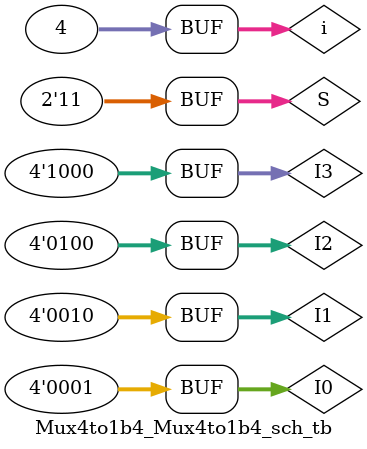
<source format=v>

`timescale 1ns / 1ps

module Mux4to1b4_Mux4to1b4_sch_tb();

// Inputs
   reg [1:0] S;
   reg [3:0] I0;
   reg [3:0] I1;
   reg [3:0] I2;
   reg [3:0] I3;

// Output
   wire [3:0] o;

// Bidirs

// Instantiate the UUT
   Mux4to1b4 UUT (
		.S(S), 
		.I0(I0), 
		.I1(I1), 
		.I2(I2), 
		.I3(I3), 
		.o(o)
   ); 
// Initialize Inputs
   //`ifdef auto_init
      integer i;
		initial begin
		S = 0;
		I0 = 1;
		I1 = 2;
		I2 = 4;
		I3 = 8;
			for(i=1;i<4;i=i+1)begin
				#50 S <= i;
			end	
		end
  // `endif
endmodule

</source>
